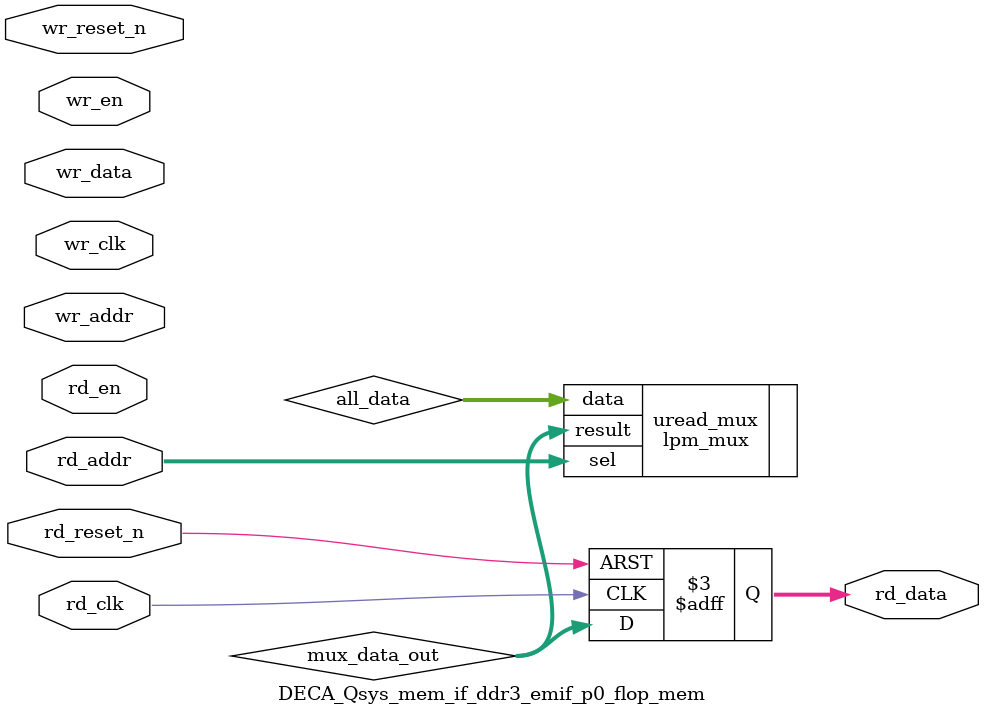
<source format=v>



`timescale 1 ps / 1 ps

(* altera_attribute = "-name ALLOW_SYNCH_CTRL_USAGE ON;-name AUTO_CLOCK_ENABLE_RECOGNITION ON" *)
module DECA_Qsys_mem_if_ddr3_emif_p0_flop_mem(
	wr_reset_n,
	wr_clk,
	wr_en,
	wr_addr,
	wr_data,
	rd_reset_n,
	rd_clk,
	rd_en,
	rd_addr,
	rd_data
);

parameter WRITE_MEM_DEPTH	= "";
parameter WRITE_ADDR_WIDTH	= "";
parameter WRITE_DATA_WIDTH	= "";
parameter READ_MEM_DEPTH	= "";
parameter READ_ADDR_WIDTH	= "";		 
parameter READ_DATA_WIDTH	= "";


input	wr_reset_n;
input	wr_clk;
input	wr_en;
input	[WRITE_ADDR_WIDTH-1:0] wr_addr;
input	[WRITE_DATA_WIDTH-1:0] wr_data;
input	rd_reset_n;
input	rd_clk;
input	rd_en;
input	[READ_ADDR_WIDTH-1:0] rd_addr;
output	[READ_DATA_WIDTH-1:0] rd_data;



wire	[WRITE_DATA_WIDTH*WRITE_MEM_DEPTH-1:0] all_data;
wire	[READ_DATA_WIDTH-1:0] mux_data_out;



// declare a memory with WRITE_MEM_DEPTH entries
// each entry contains a data size of WRITE_DATA_WIDTH
reg	[WRITE_DATA_WIDTH-1:0] data_stored [0:WRITE_MEM_DEPTH-1] /* synthesis syn_preserve = 1 */;
reg	[READ_DATA_WIDTH-1:0] rd_data;

generate
genvar entry;
	for (entry=0; entry < WRITE_MEM_DEPTH; entry=entry+1)
	begin: mem_location
		assign all_data[(WRITE_DATA_WIDTH*(entry+1)-1) : (WRITE_DATA_WIDTH*entry)] = data_stored[entry]; 
		
		always @(posedge wr_clk or negedge wr_reset_n)
		begin
			if (~wr_reset_n) begin
				data_stored[entry] <= {WRITE_DATA_WIDTH{1'b0}};
			end else begin
				if (wr_en) begin
					if (entry == wr_addr) begin
						data_stored[entry] <= wr_data;
					end
				end
			end
		end		
	end
endgenerate

// mux to select the correct output data based on read address
lpm_mux	uread_mux(
	.sel (rd_addr),
	.data (all_data),
	.result (mux_data_out)
	// synopsys translate_off
	,
	.aclr (),
	.clken (),
	.clock ()
	// synopsys translate_on
	);
 defparam uread_mux.lpm_size = READ_MEM_DEPTH;
 defparam uread_mux.lpm_type = "LPM_MUX";
 defparam uread_mux.lpm_width = READ_DATA_WIDTH;
 defparam uread_mux.lpm_widths = READ_ADDR_WIDTH;

always @(posedge rd_clk or negedge rd_reset_n)	
begin
	if (~rd_reset_n) begin
		rd_data <= {READ_DATA_WIDTH{1'b0}};
	end else begin
		rd_data <= mux_data_out;
	end
end

endmodule

</source>
